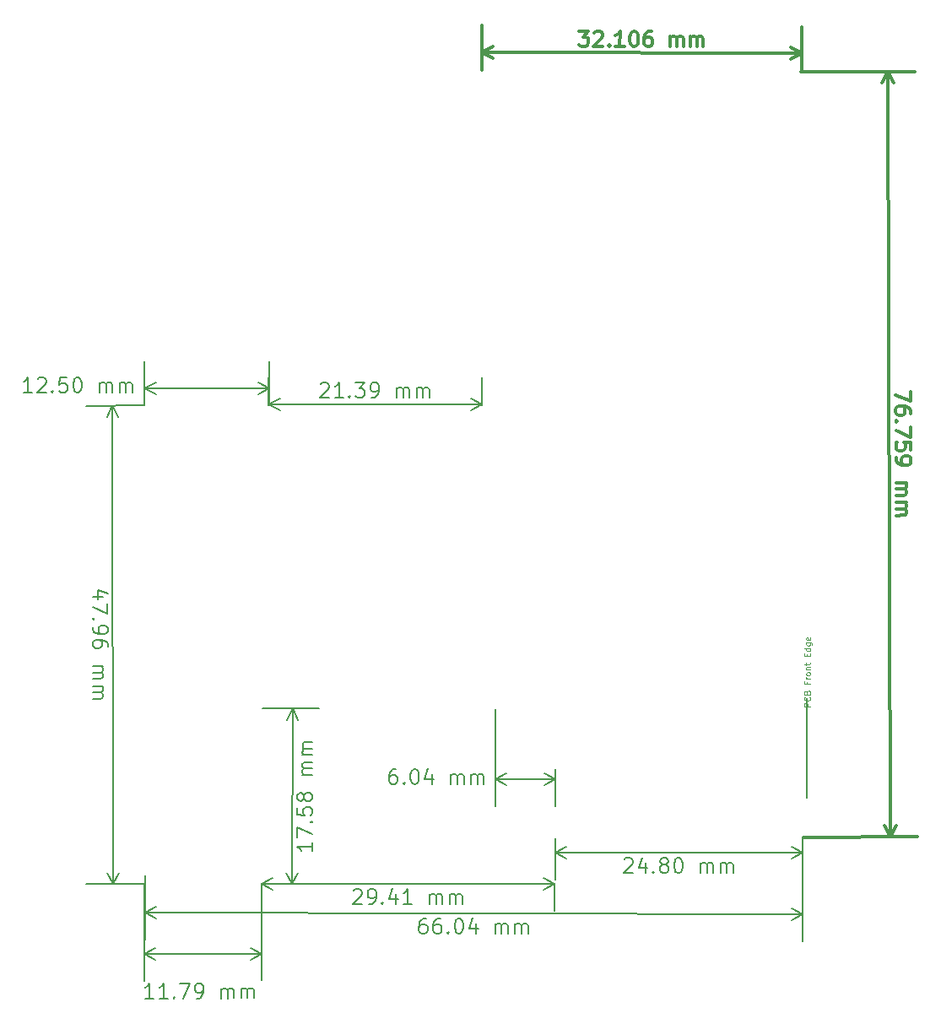
<source format=gbr>
G04 #@! TF.FileFunction,Drawing*
%FSLAX46Y46*%
G04 Gerber Fmt 4.6, Leading zero omitted, Abs format (unit mm)*
G04 Created by KiCad (PCBNEW 4.0.6) date Monday, July 30, 2018 'PMt' 08:55:28 PM*
%MOMM*%
%LPD*%
G01*
G04 APERTURE LIST*
%ADD10C,0.100000*%
%ADD11C,0.300000*%
%ADD12C,0.200000*%
%ADD13C,0.150000*%
G04 APERTURE END LIST*
D10*
D11*
X152171848Y-54351521D02*
X153100414Y-54354459D01*
X152598608Y-54924303D01*
X152812893Y-54924981D01*
X152955524Y-54996862D01*
X153026726Y-55068516D01*
X153097702Y-55211598D01*
X153096572Y-55568739D01*
X153024692Y-55711369D01*
X152953037Y-55782572D01*
X152809955Y-55853548D01*
X152381385Y-55852191D01*
X152238755Y-55780312D01*
X152167553Y-55708657D01*
X153671387Y-54499125D02*
X153743042Y-54427922D01*
X153886124Y-54356946D01*
X154243266Y-54358076D01*
X154385896Y-54429957D01*
X154457098Y-54501611D01*
X154528074Y-54644694D01*
X154527622Y-54787550D01*
X154455516Y-55001609D01*
X153595665Y-55856034D01*
X154524231Y-55858972D01*
X155167537Y-55718151D02*
X155238739Y-55789805D01*
X155167085Y-55861007D01*
X155095882Y-55789353D01*
X155167537Y-55718151D01*
X155167085Y-55861007D01*
X156667078Y-55865754D02*
X155809939Y-55863041D01*
X156238509Y-55864397D02*
X156243256Y-54364405D01*
X156099721Y-54578238D01*
X155956412Y-54720642D01*
X155813329Y-54791619D01*
X157600391Y-54368700D02*
X157743247Y-54369152D01*
X157885877Y-54441032D01*
X157957080Y-54512687D01*
X158028056Y-54655769D01*
X158098580Y-54941708D01*
X158097450Y-55298849D01*
X158025118Y-55584336D01*
X157953237Y-55726966D01*
X157881583Y-55798169D01*
X157738500Y-55869144D01*
X157595644Y-55868692D01*
X157453014Y-55796812D01*
X157381811Y-55725158D01*
X157310836Y-55582075D01*
X157240311Y-55296137D01*
X157241441Y-54938996D01*
X157313774Y-54653509D01*
X157385654Y-54510879D01*
X157457308Y-54439676D01*
X157600391Y-54368700D01*
X159386096Y-54374351D02*
X159100383Y-54373446D01*
X158957301Y-54444423D01*
X158885646Y-54515626D01*
X158742112Y-54729457D01*
X158669779Y-55014945D01*
X158667971Y-55586370D01*
X158738947Y-55729452D01*
X158810149Y-55801107D01*
X158952780Y-55872987D01*
X159238493Y-55873891D01*
X159381575Y-55802915D01*
X159453230Y-55731713D01*
X159525109Y-55589083D01*
X159526240Y-55231941D01*
X159455264Y-55088859D01*
X159384061Y-55017205D01*
X159241431Y-54945325D01*
X158955719Y-54944421D01*
X158812635Y-55015397D01*
X158740982Y-55086599D01*
X158669101Y-55229229D01*
X161309910Y-55880446D02*
X161313075Y-54880451D01*
X161312623Y-55023308D02*
X161384276Y-54952106D01*
X161527360Y-54881129D01*
X161741644Y-54881807D01*
X161884274Y-54953688D01*
X161955251Y-55096770D01*
X161952764Y-55882480D01*
X161955251Y-55096770D02*
X162027131Y-54954140D01*
X162170214Y-54883164D01*
X162384498Y-54883842D01*
X162527129Y-54955722D01*
X162598104Y-55098805D01*
X162595618Y-55884515D01*
X163309900Y-55886775D02*
X163313065Y-54886780D01*
X163312613Y-55029638D02*
X163384266Y-54958435D01*
X163527350Y-54887458D01*
X163741634Y-54888136D01*
X163884264Y-54960017D01*
X163955241Y-55103100D01*
X163952754Y-55888810D01*
X163955241Y-55103100D02*
X164027121Y-54960469D01*
X164170204Y-54889493D01*
X164384487Y-54890171D01*
X164527119Y-54962052D01*
X164598094Y-55105134D01*
X164595608Y-55890844D01*
X142397858Y-56492030D02*
X174503458Y-56593630D01*
X142392400Y-58216800D02*
X142406402Y-53792044D01*
X174498000Y-58318400D02*
X174512002Y-53893644D01*
X174503458Y-56593630D02*
X173375104Y-57176483D01*
X174503458Y-56593630D02*
X173378816Y-56003647D01*
X142397858Y-56492030D02*
X143522500Y-57082013D01*
X142397858Y-56492030D02*
X143526212Y-55909177D01*
X185421775Y-90477589D02*
X185425084Y-91477584D01*
X183922965Y-90839694D01*
X185429102Y-92691862D02*
X185428157Y-92406150D01*
X185356255Y-92263530D01*
X185284590Y-92192338D01*
X185069834Y-92050190D01*
X184783884Y-91979707D01*
X184212459Y-91981598D01*
X184069839Y-92053500D01*
X183998647Y-92125163D01*
X183927692Y-92268257D01*
X183928637Y-92553969D01*
X184000538Y-92696589D01*
X184072203Y-92767782D01*
X184215295Y-92838736D01*
X184572436Y-92837555D01*
X184715056Y-92765654D01*
X184786247Y-92693989D01*
X184857203Y-92550897D01*
X184856258Y-92265184D01*
X184784357Y-92122564D01*
X184712693Y-92051372D01*
X184569600Y-91980416D01*
X184074566Y-93482063D02*
X184003374Y-93553727D01*
X183931710Y-93482535D01*
X184002901Y-93410870D01*
X184074566Y-93482063D01*
X183931710Y-93482535D01*
X185433593Y-94048998D02*
X185436902Y-95048992D01*
X183934783Y-94411102D01*
X185441156Y-96334699D02*
X185438793Y-95620417D01*
X184724274Y-95551352D01*
X184795938Y-95622544D01*
X184867840Y-95765164D01*
X184869021Y-96122305D01*
X184798065Y-96265398D01*
X184726874Y-96337063D01*
X184584254Y-96408963D01*
X184227113Y-96410145D01*
X184084021Y-96339190D01*
X184012356Y-96267998D01*
X183940455Y-96125378D01*
X183939274Y-95768237D01*
X184010229Y-95625144D01*
X184081421Y-95553479D01*
X183943765Y-97125371D02*
X183944710Y-97411085D01*
X184016610Y-97553705D01*
X184088275Y-97624896D01*
X184303032Y-97767044D01*
X184588982Y-97837526D01*
X185160406Y-97835635D01*
X185303026Y-97763735D01*
X185374219Y-97692070D01*
X185445174Y-97548978D01*
X185444229Y-97263265D01*
X185372328Y-97120644D01*
X185300663Y-97049453D01*
X185157570Y-96978497D01*
X184800429Y-96979679D01*
X184657809Y-97051580D01*
X184586618Y-97123244D01*
X184515662Y-97266338D01*
X184516608Y-97552050D01*
X184588509Y-97694670D01*
X184660173Y-97765862D01*
X184803265Y-97836817D01*
X183952037Y-99625358D02*
X184952032Y-99622049D01*
X184809174Y-99622521D02*
X184880839Y-99693713D01*
X184952741Y-99836334D01*
X184953450Y-100050617D01*
X184882494Y-100193710D01*
X184739874Y-100265611D01*
X183954164Y-100268211D01*
X184739874Y-100265611D02*
X184882967Y-100336567D01*
X184954868Y-100479187D01*
X184955577Y-100693471D01*
X184884621Y-100836564D01*
X184742001Y-100908465D01*
X183956292Y-100911065D01*
X183958655Y-101625347D02*
X184958650Y-101622038D01*
X184815793Y-101622511D02*
X184887458Y-101693702D01*
X184959359Y-101836323D01*
X184960068Y-102050606D01*
X184889112Y-102193699D01*
X184746492Y-102265600D01*
X183960782Y-102268200D01*
X184746492Y-102265600D02*
X184889585Y-102336556D01*
X184961486Y-102479176D01*
X184962195Y-102693460D01*
X184891239Y-102836553D01*
X184748619Y-102908454D01*
X183962910Y-102911054D01*
X183144158Y-58391053D02*
X183398158Y-135149853D01*
X174396400Y-58420000D02*
X185844143Y-58382119D01*
X174650400Y-135178800D02*
X186098143Y-135140919D01*
X183398158Y-135149853D02*
X182808013Y-134025296D01*
X183398158Y-135149853D02*
X183980848Y-134021415D01*
X183144158Y-58391053D02*
X182561468Y-59519491D01*
X183144158Y-58391053D02*
X183734303Y-59515610D01*
D12*
X133799772Y-128362971D02*
X133514058Y-128362971D01*
X133371201Y-128434400D01*
X133299772Y-128505829D01*
X133156915Y-128720114D01*
X133085486Y-129005829D01*
X133085486Y-129577257D01*
X133156915Y-129720114D01*
X133228343Y-129791543D01*
X133371201Y-129862971D01*
X133656915Y-129862971D01*
X133799772Y-129791543D01*
X133871201Y-129720114D01*
X133942629Y-129577257D01*
X133942629Y-129220114D01*
X133871201Y-129077257D01*
X133799772Y-129005829D01*
X133656915Y-128934400D01*
X133371201Y-128934400D01*
X133228343Y-129005829D01*
X133156915Y-129077257D01*
X133085486Y-129220114D01*
X134585486Y-129720114D02*
X134656914Y-129791543D01*
X134585486Y-129862971D01*
X134514057Y-129791543D01*
X134585486Y-129720114D01*
X134585486Y-129862971D01*
X135585486Y-128362971D02*
X135728343Y-128362971D01*
X135871200Y-128434400D01*
X135942629Y-128505829D01*
X136014058Y-128648686D01*
X136085486Y-128934400D01*
X136085486Y-129291543D01*
X136014058Y-129577257D01*
X135942629Y-129720114D01*
X135871200Y-129791543D01*
X135728343Y-129862971D01*
X135585486Y-129862971D01*
X135442629Y-129791543D01*
X135371200Y-129720114D01*
X135299772Y-129577257D01*
X135228343Y-129291543D01*
X135228343Y-128934400D01*
X135299772Y-128648686D01*
X135371200Y-128505829D01*
X135442629Y-128434400D01*
X135585486Y-128362971D01*
X137371200Y-128862971D02*
X137371200Y-129862971D01*
X137014057Y-128291543D02*
X136656914Y-129362971D01*
X137585486Y-129362971D01*
X139299771Y-129862971D02*
X139299771Y-128862971D01*
X139299771Y-129005829D02*
X139371199Y-128934400D01*
X139514057Y-128862971D01*
X139728342Y-128862971D01*
X139871199Y-128934400D01*
X139942628Y-129077257D01*
X139942628Y-129862971D01*
X139942628Y-129077257D02*
X140014057Y-128934400D01*
X140156914Y-128862971D01*
X140371199Y-128862971D01*
X140514057Y-128934400D01*
X140585485Y-129077257D01*
X140585485Y-129862971D01*
X141299771Y-129862971D02*
X141299771Y-128862971D01*
X141299771Y-129005829D02*
X141371199Y-128934400D01*
X141514057Y-128862971D01*
X141728342Y-128862971D01*
X141871199Y-128934400D01*
X141942628Y-129077257D01*
X141942628Y-129862971D01*
X141942628Y-129077257D02*
X142014057Y-128934400D01*
X142156914Y-128862971D01*
X142371199Y-128862971D01*
X142514057Y-128934400D01*
X142585485Y-129077257D01*
X142585485Y-129862971D01*
X149758400Y-129336800D02*
X143764000Y-129336800D01*
X149758400Y-128371600D02*
X149758400Y-132036800D01*
X143764000Y-128371600D02*
X143764000Y-132036800D01*
X143764000Y-129336800D02*
X144890504Y-128750379D01*
X143764000Y-129336800D02*
X144890504Y-129923221D01*
X149758400Y-129336800D02*
X148631896Y-128750379D01*
X149758400Y-129336800D02*
X148631896Y-129923221D01*
X143713200Y-122326400D02*
X143764000Y-131572000D01*
X129502332Y-140552234D02*
X129573638Y-140480682D01*
X129716371Y-140409006D01*
X130073514Y-140408389D01*
X130216494Y-140479572D01*
X130288046Y-140550877D01*
X130359721Y-140693611D01*
X130359967Y-140836467D01*
X130288910Y-141050876D01*
X129433248Y-141909497D01*
X130361818Y-141907894D01*
X131076102Y-141906660D02*
X131361816Y-141906167D01*
X131504550Y-141834492D01*
X131575854Y-141762940D01*
X131718342Y-141548408D01*
X131789276Y-141262570D01*
X131788290Y-140691143D01*
X131716615Y-140548410D01*
X131645063Y-140477104D01*
X131502083Y-140405922D01*
X131216369Y-140406416D01*
X131073635Y-140478091D01*
X131002330Y-140549643D01*
X130931148Y-140692624D01*
X130931765Y-141049766D01*
X131003440Y-141192500D01*
X131074992Y-141263804D01*
X131217973Y-141334986D01*
X131503686Y-141334493D01*
X131646420Y-141262817D01*
X131717725Y-141191266D01*
X131788906Y-141048286D01*
X132432996Y-141761459D02*
X132504547Y-141832765D01*
X132433243Y-141904316D01*
X132361691Y-141833012D01*
X132432996Y-141761459D01*
X132433243Y-141904316D01*
X133788657Y-140901974D02*
X133790384Y-141901972D01*
X133430527Y-140331163D02*
X133075235Y-141403207D01*
X134003806Y-141401603D01*
X135361809Y-141899258D02*
X134504668Y-141900739D01*
X134933239Y-141899998D02*
X134930648Y-140400001D01*
X134788162Y-140614533D01*
X134645551Y-140757637D01*
X134502817Y-140829312D01*
X137147521Y-141896174D02*
X137145794Y-140896176D01*
X137146040Y-141039033D02*
X137217345Y-140967481D01*
X137360079Y-140895805D01*
X137574364Y-140895435D01*
X137717344Y-140966617D01*
X137789020Y-141109351D01*
X137790377Y-141895064D01*
X137789020Y-141109351D02*
X137860202Y-140966371D01*
X138002935Y-140894695D01*
X138217220Y-140894325D01*
X138360201Y-140965507D01*
X138431876Y-141108241D01*
X138433233Y-141893953D01*
X139147518Y-141892720D02*
X139145791Y-140892721D01*
X139146037Y-141035579D02*
X139217342Y-140964027D01*
X139360076Y-140892351D01*
X139574361Y-140891981D01*
X139717341Y-140963163D01*
X139789017Y-141105897D01*
X139790374Y-141891610D01*
X139789017Y-141105897D02*
X139860199Y-140962917D01*
X140002932Y-140891241D01*
X140217217Y-140890871D01*
X140360198Y-140962053D01*
X140431873Y-141104786D01*
X140433230Y-141890499D01*
X120294564Y-139896707D02*
X149707764Y-139845907D01*
X120294400Y-139801600D02*
X120299227Y-142596703D01*
X149707600Y-139750800D02*
X149712427Y-142545903D01*
X149707764Y-139845907D02*
X148582275Y-140434272D01*
X149707764Y-139845907D02*
X148580249Y-139261433D01*
X120294564Y-139896707D02*
X121422079Y-140481181D01*
X120294564Y-139896707D02*
X121420053Y-139308342D01*
X125382477Y-135721507D02*
X125379999Y-136578646D01*
X125381238Y-136150076D02*
X123881244Y-136145741D01*
X124095116Y-136289216D01*
X124237560Y-136432487D01*
X124308576Y-136575550D01*
X123883928Y-135217174D02*
X123886818Y-134217178D01*
X125384954Y-134864367D01*
X125245607Y-133649675D02*
X125317242Y-133578453D01*
X125388463Y-133650087D01*
X125316829Y-133721310D01*
X125245607Y-133649675D01*
X125388463Y-133650087D01*
X123892598Y-132217186D02*
X123890534Y-132931469D01*
X124604611Y-133004962D01*
X124533389Y-132933327D01*
X124462373Y-132790264D01*
X124463406Y-132433123D01*
X124535247Y-132290473D01*
X124606881Y-132219251D01*
X124749944Y-132148236D01*
X125107086Y-132149268D01*
X125249736Y-132221109D01*
X125320958Y-132292744D01*
X125391973Y-132435807D01*
X125390941Y-132792948D01*
X125319100Y-132935598D01*
X125247465Y-133006820D01*
X124538137Y-131290477D02*
X124466296Y-131433128D01*
X124394661Y-131504349D01*
X124251598Y-131575365D01*
X124180170Y-131575159D01*
X124037520Y-131503317D01*
X123966298Y-131431683D01*
X123895282Y-131288619D01*
X123896108Y-131002906D01*
X123967949Y-130860256D01*
X124039585Y-130789034D01*
X124182647Y-130718019D01*
X124254075Y-130718226D01*
X124396725Y-130790066D01*
X124467947Y-130861701D01*
X124538963Y-131004764D01*
X124538137Y-131290477D01*
X124609152Y-131433541D01*
X124680375Y-131505175D01*
X124823024Y-131577017D01*
X125108737Y-131577842D01*
X125251800Y-131506827D01*
X125323435Y-131435605D01*
X125395276Y-131292954D01*
X125396102Y-131007241D01*
X125325087Y-130864179D01*
X125253865Y-130792543D01*
X125111215Y-130720703D01*
X124825502Y-130719877D01*
X124682439Y-130790892D01*
X124610804Y-130862114D01*
X124538963Y-131004764D01*
X125402088Y-128935822D02*
X124402093Y-128932932D01*
X124544950Y-128933345D02*
X124473728Y-128861711D01*
X124402712Y-128718647D01*
X124403331Y-128504363D01*
X124475173Y-128361713D01*
X124618236Y-128290697D01*
X125403946Y-128292968D01*
X124618236Y-128290697D02*
X124475586Y-128218855D01*
X124404570Y-128075793D01*
X124405189Y-127861508D01*
X124477031Y-127718857D01*
X124620094Y-127647843D01*
X125405804Y-127650113D01*
X125407869Y-126935830D02*
X124407873Y-126932940D01*
X124550730Y-126933353D02*
X124479508Y-126861719D01*
X124408492Y-126718655D01*
X124409112Y-126504371D01*
X124480953Y-126361721D01*
X124624016Y-126290705D01*
X125409727Y-126292976D01*
X124624016Y-126290705D02*
X124481366Y-126218864D01*
X124410350Y-126075801D01*
X124410969Y-125861517D01*
X124482811Y-125718866D01*
X124625874Y-125647851D01*
X125411585Y-125650122D01*
X123392733Y-122284408D02*
X123341933Y-139861208D01*
X120345200Y-122275600D02*
X126092722Y-122292211D01*
X120294400Y-139852400D02*
X126041922Y-139869011D01*
X123341933Y-139861208D02*
X122758770Y-138733014D01*
X123341933Y-139861208D02*
X123931607Y-138736404D01*
X123392733Y-122284408D02*
X122803059Y-123409212D01*
X123392733Y-122284408D02*
X123975896Y-123412602D01*
X109456912Y-151371377D02*
X108599777Y-151375071D01*
X109028345Y-151373224D02*
X109021880Y-149873238D01*
X108879947Y-150088138D01*
X108737707Y-150231609D01*
X108595159Y-150303653D01*
X110885470Y-151365219D02*
X110028335Y-151368914D01*
X110456903Y-151367067D02*
X110450437Y-149867080D01*
X110308505Y-150081980D01*
X110166264Y-150225452D01*
X110023716Y-150297496D01*
X111527705Y-151219593D02*
X111599440Y-151290713D01*
X111528321Y-151362448D01*
X111456585Y-151291329D01*
X111527705Y-151219593D01*
X111528321Y-151362448D01*
X112093279Y-149859999D02*
X113093270Y-149855689D01*
X112456884Y-151358446D01*
X113742585Y-151352904D02*
X114028298Y-151351673D01*
X114170845Y-151279629D01*
X114241965Y-151207893D01*
X114383898Y-150992994D01*
X114454094Y-150706974D01*
X114451631Y-150135552D01*
X114379587Y-149993004D01*
X114307851Y-149921883D01*
X114164688Y-149851071D01*
X113878976Y-149852302D01*
X113736428Y-149924346D01*
X113665308Y-149996083D01*
X113594496Y-150139246D01*
X113596035Y-150496386D01*
X113668079Y-150638934D01*
X113739814Y-150710053D01*
X113882979Y-150780866D01*
X114168690Y-150779634D01*
X114311238Y-150707590D01*
X114382358Y-150635855D01*
X114453170Y-150492691D01*
X116242562Y-151342128D02*
X116238252Y-150342138D01*
X116238867Y-150484994D02*
X116309987Y-150413258D01*
X116452536Y-150341214D01*
X116666819Y-150340290D01*
X116809982Y-150411103D01*
X116882026Y-150553651D01*
X116885413Y-151339357D01*
X116882026Y-150553651D02*
X116952839Y-150410487D01*
X117095387Y-150338443D01*
X117309670Y-150337519D01*
X117452834Y-150408332D01*
X117524877Y-150550880D01*
X117528264Y-151336587D01*
X118242543Y-151333508D02*
X118238233Y-150333517D01*
X118238849Y-150476374D02*
X118309968Y-150404637D01*
X118452517Y-150332593D01*
X118666800Y-150331670D01*
X118809964Y-150402482D01*
X118882008Y-150545030D01*
X118885394Y-151330737D01*
X118882008Y-150545030D02*
X118952820Y-150401867D01*
X119095368Y-150329822D01*
X119309651Y-150328899D01*
X119452816Y-150399711D01*
X119524859Y-150542259D01*
X119528245Y-151327966D01*
X108539228Y-146911716D02*
X120324828Y-146860916D01*
X108508800Y-139852400D02*
X108550866Y-149611691D01*
X120294400Y-139801600D02*
X120336466Y-149560891D01*
X120324828Y-146860916D02*
X119200862Y-147452187D01*
X120324828Y-146860916D02*
X119195807Y-146279356D01*
X108539228Y-146911716D02*
X109668249Y-147493276D01*
X108539228Y-146911716D02*
X109663194Y-146320445D01*
X104348758Y-111093572D02*
X103348759Y-111094632D01*
X104919808Y-110735824D02*
X103848002Y-110379816D01*
X103848985Y-111308388D01*
X104849439Y-111735899D02*
X104850498Y-112735899D01*
X103349818Y-112094631D01*
X103493961Y-113308764D02*
X103422608Y-113380268D01*
X103351104Y-113308915D01*
X103422457Y-113237411D01*
X103493961Y-113308764D01*
X103351104Y-113308915D01*
X103351937Y-114094629D02*
X103352239Y-114380344D01*
X103423819Y-114523125D01*
X103495323Y-114594477D01*
X103709760Y-114737108D01*
X103995550Y-114808233D01*
X104566978Y-114807628D01*
X104709759Y-114736049D01*
X104781112Y-114664544D01*
X104852390Y-114521612D01*
X104852087Y-114235898D01*
X104780507Y-114093116D01*
X104709002Y-114021763D01*
X104566070Y-113950486D01*
X104208927Y-113950864D01*
X104066146Y-114022444D01*
X103994793Y-114093948D01*
X103923516Y-114236881D01*
X103923818Y-114522595D01*
X103995399Y-114665377D01*
X104066902Y-114736730D01*
X104209835Y-114808006D01*
X104854055Y-116093039D02*
X104853752Y-115807325D01*
X104782172Y-115664544D01*
X104710667Y-115593190D01*
X104496231Y-115450560D01*
X104210440Y-115379434D01*
X103639013Y-115380039D01*
X103496231Y-115451620D01*
X103424878Y-115523123D01*
X103353601Y-115666057D01*
X103353904Y-115951771D01*
X103425483Y-116094552D01*
X103496988Y-116165905D01*
X103639921Y-116237182D01*
X103997063Y-116236804D01*
X104139845Y-116165224D01*
X104211197Y-116093720D01*
X104282475Y-115950787D01*
X104282172Y-115665073D01*
X104210592Y-115522291D01*
X104139088Y-115450939D01*
X103996155Y-115379661D01*
X103356098Y-118023198D02*
X104356098Y-118022138D01*
X104213240Y-118022290D02*
X104284745Y-118093642D01*
X104356325Y-118236424D01*
X104356552Y-118450709D01*
X104285274Y-118593642D01*
X104142493Y-118665222D01*
X103356779Y-118666054D01*
X104142493Y-118665222D02*
X104285425Y-118736500D01*
X104357006Y-118879281D01*
X104357233Y-119093566D01*
X104285955Y-119236499D01*
X104143174Y-119308079D01*
X103357460Y-119308911D01*
X103358217Y-120023197D02*
X104358216Y-120022137D01*
X104215359Y-120022289D02*
X104286863Y-120093641D01*
X104358443Y-120236423D01*
X104358670Y-120450708D01*
X104287393Y-120593641D01*
X104144612Y-120665221D01*
X103358898Y-120666053D01*
X104144612Y-120665221D02*
X104287544Y-120736498D01*
X104359124Y-120879280D01*
X104359351Y-121093565D01*
X104288074Y-121236498D01*
X104145293Y-121308077D01*
X103359579Y-121308910D01*
X105407798Y-139855793D02*
X105356998Y-91900593D01*
X108610400Y-139852400D02*
X102707800Y-139858653D01*
X108559600Y-91897200D02*
X102657000Y-91903453D01*
X105356998Y-91900593D02*
X105944612Y-93026475D01*
X105356998Y-91900593D02*
X104771771Y-93027717D01*
X105407798Y-139855793D02*
X105993025Y-138728669D01*
X105407798Y-139855793D02*
X104820184Y-138729911D01*
X126204068Y-89731830D02*
X126275667Y-89660571D01*
X126418693Y-89589481D01*
X126775835Y-89590330D01*
X126918522Y-89662098D01*
X126989781Y-89733696D01*
X127060870Y-89876722D01*
X127060530Y-90019579D01*
X126988593Y-90233695D01*
X126129417Y-91088798D01*
X127057985Y-91091004D01*
X128486552Y-91094397D02*
X127629412Y-91092361D01*
X128057982Y-91093379D02*
X128061545Y-89593383D01*
X127918180Y-89807330D01*
X127774983Y-89949847D01*
X127631957Y-90020936D01*
X129129747Y-90953068D02*
X129201005Y-91024666D01*
X129129407Y-91095924D01*
X129058148Y-91024327D01*
X129129747Y-90953068D01*
X129129407Y-91095924D01*
X129704398Y-89597286D02*
X130632966Y-89599491D01*
X130131610Y-90169731D01*
X130345896Y-90170240D01*
X130488583Y-90242008D01*
X130559842Y-90313606D01*
X130630930Y-90456632D01*
X130630082Y-90813774D01*
X130558315Y-90956461D01*
X130486716Y-91027720D01*
X130343690Y-91098808D01*
X129915119Y-91097790D01*
X129772432Y-91026023D01*
X129701174Y-90954425D01*
X131343686Y-91101184D02*
X131629400Y-91101862D01*
X131772427Y-91030774D01*
X131844024Y-90959515D01*
X131987391Y-90745570D01*
X132059497Y-90460025D01*
X132060854Y-89888599D01*
X131989766Y-89745573D01*
X131918507Y-89673974D01*
X131775820Y-89602206D01*
X131490107Y-89601527D01*
X131347079Y-89672617D01*
X131275482Y-89743876D01*
X131203714Y-89886563D01*
X131202866Y-90243705D01*
X131273955Y-90386731D01*
X131345213Y-90458329D01*
X131487901Y-90530097D01*
X131773614Y-90530775D01*
X131916641Y-90459686D01*
X131988239Y-90388428D01*
X132060006Y-90245741D01*
X133843679Y-91107122D02*
X133846054Y-90107125D01*
X133845715Y-90249982D02*
X133917313Y-90178723D01*
X134060340Y-90107634D01*
X134274624Y-90108143D01*
X134417311Y-90179911D01*
X134488401Y-90322937D01*
X134486534Y-91108649D01*
X134488401Y-90322937D02*
X134560169Y-90180250D01*
X134703195Y-90109161D01*
X134917479Y-90109670D01*
X135060167Y-90181438D01*
X135131256Y-90324464D01*
X135129390Y-91110176D01*
X135843674Y-91111873D02*
X135846049Y-90111875D01*
X135845709Y-90254733D02*
X135917307Y-90183474D01*
X136060334Y-90112384D01*
X136274619Y-90112893D01*
X136417306Y-90184661D01*
X136488395Y-90327688D01*
X136486529Y-91113400D01*
X136488395Y-90327688D02*
X136560163Y-90185001D01*
X136703189Y-90113911D01*
X136917474Y-90114420D01*
X137060162Y-90186188D01*
X137131250Y-90329215D01*
X137129384Y-91114927D01*
X121005834Y-91748059D02*
X142392634Y-91798859D01*
X121005600Y-91846400D02*
X121012247Y-89048067D01*
X142392400Y-91897200D02*
X142399047Y-89098867D01*
X142392634Y-91798859D02*
X141264741Y-92382602D01*
X142392634Y-91798859D02*
X141267526Y-91209764D01*
X121005834Y-91748059D02*
X122130942Y-92337154D01*
X121005834Y-91748059D02*
X122133727Y-91164316D01*
X97261944Y-90594571D02*
X96404801Y-90594571D01*
X96833373Y-90594571D02*
X96833373Y-89094571D01*
X96690516Y-89308857D01*
X96547658Y-89451714D01*
X96404801Y-89523143D01*
X97833372Y-89237429D02*
X97904801Y-89166000D01*
X98047658Y-89094571D01*
X98404801Y-89094571D01*
X98547658Y-89166000D01*
X98619087Y-89237429D01*
X98690515Y-89380286D01*
X98690515Y-89523143D01*
X98619087Y-89737429D01*
X97761944Y-90594571D01*
X98690515Y-90594571D01*
X99333372Y-90451714D02*
X99404800Y-90523143D01*
X99333372Y-90594571D01*
X99261943Y-90523143D01*
X99333372Y-90451714D01*
X99333372Y-90594571D01*
X100761944Y-89094571D02*
X100047658Y-89094571D01*
X99976229Y-89808857D01*
X100047658Y-89737429D01*
X100190515Y-89666000D01*
X100547658Y-89666000D01*
X100690515Y-89737429D01*
X100761944Y-89808857D01*
X100833372Y-89951714D01*
X100833372Y-90308857D01*
X100761944Y-90451714D01*
X100690515Y-90523143D01*
X100547658Y-90594571D01*
X100190515Y-90594571D01*
X100047658Y-90523143D01*
X99976229Y-90451714D01*
X101761943Y-89094571D02*
X101904800Y-89094571D01*
X102047657Y-89166000D01*
X102119086Y-89237429D01*
X102190515Y-89380286D01*
X102261943Y-89666000D01*
X102261943Y-90023143D01*
X102190515Y-90308857D01*
X102119086Y-90451714D01*
X102047657Y-90523143D01*
X101904800Y-90594571D01*
X101761943Y-90594571D01*
X101619086Y-90523143D01*
X101547657Y-90451714D01*
X101476229Y-90308857D01*
X101404800Y-90023143D01*
X101404800Y-89666000D01*
X101476229Y-89380286D01*
X101547657Y-89237429D01*
X101619086Y-89166000D01*
X101761943Y-89094571D01*
X104047657Y-90594571D02*
X104047657Y-89594571D01*
X104047657Y-89737429D02*
X104119085Y-89666000D01*
X104261943Y-89594571D01*
X104476228Y-89594571D01*
X104619085Y-89666000D01*
X104690514Y-89808857D01*
X104690514Y-90594571D01*
X104690514Y-89808857D02*
X104761943Y-89666000D01*
X104904800Y-89594571D01*
X105119085Y-89594571D01*
X105261943Y-89666000D01*
X105333371Y-89808857D01*
X105333371Y-90594571D01*
X106047657Y-90594571D02*
X106047657Y-89594571D01*
X106047657Y-89737429D02*
X106119085Y-89666000D01*
X106261943Y-89594571D01*
X106476228Y-89594571D01*
X106619085Y-89666000D01*
X106690514Y-89808857D01*
X106690514Y-90594571D01*
X106690514Y-89808857D02*
X106761943Y-89666000D01*
X106904800Y-89594571D01*
X107119085Y-89594571D01*
X107261943Y-89666000D01*
X107333371Y-89808857D01*
X107333371Y-90594571D01*
X108559600Y-90170000D02*
X121056400Y-90170000D01*
X108559600Y-91897200D02*
X108559600Y-87470000D01*
X121056400Y-91897200D02*
X121056400Y-87470000D01*
X121056400Y-90170000D02*
X119929896Y-90756421D01*
X121056400Y-90170000D02*
X119929896Y-89583579D01*
X108559600Y-90170000D02*
X109686104Y-90756421D01*
X108559600Y-90170000D02*
X109686104Y-89583579D01*
X136808601Y-143340171D02*
X136522888Y-143339511D01*
X136379866Y-143410610D01*
X136308272Y-143481874D01*
X136164921Y-143695828D01*
X136092832Y-143981377D01*
X136091512Y-144552804D01*
X136162611Y-144695825D01*
X136233874Y-144767419D01*
X136376567Y-144839177D01*
X136662280Y-144839837D01*
X136805302Y-144768739D01*
X136876895Y-144697475D01*
X136948653Y-144554783D01*
X136949478Y-144197641D01*
X136878380Y-144054620D01*
X136807116Y-143983027D01*
X136664425Y-143911268D01*
X136378711Y-143910608D01*
X136235689Y-143981707D01*
X136164096Y-144052970D01*
X136092337Y-144195662D01*
X138237168Y-143343470D02*
X137951455Y-143342810D01*
X137808433Y-143413909D01*
X137736839Y-143485173D01*
X137593488Y-143699127D01*
X137521399Y-143984677D01*
X137520080Y-144556103D01*
X137591178Y-144699125D01*
X137662441Y-144770718D01*
X137805134Y-144842476D01*
X138090847Y-144843136D01*
X138233869Y-144772038D01*
X138305463Y-144700774D01*
X138377220Y-144558083D01*
X138378045Y-144200941D01*
X138306947Y-144057919D01*
X138235683Y-143986326D01*
X138092992Y-143914568D01*
X137807278Y-143913908D01*
X137664256Y-143985007D01*
X137592663Y-144056269D01*
X137520904Y-144198961D01*
X139019746Y-144702424D02*
X139091008Y-144774018D01*
X139019416Y-144845281D01*
X138948152Y-144773688D01*
X139019746Y-144702424D01*
X139019416Y-144845281D01*
X140022877Y-143347594D02*
X140165734Y-143347924D01*
X140308426Y-143419683D01*
X140379689Y-143491276D01*
X140450788Y-143634298D01*
X140521556Y-143920176D01*
X140520731Y-144277318D01*
X140448644Y-144562867D01*
X140376885Y-144705558D01*
X140305291Y-144776822D01*
X140162270Y-144847920D01*
X140019413Y-144847590D01*
X139876721Y-144775832D01*
X139805458Y-144704239D01*
X139734360Y-144561217D01*
X139663591Y-144275339D01*
X139664416Y-143918197D01*
X139736504Y-143632648D01*
X139808262Y-143489957D01*
X139879856Y-143418693D01*
X140022877Y-143347594D01*
X141807432Y-143851717D02*
X141805122Y-144851714D01*
X141451609Y-143279465D02*
X141091993Y-144350066D01*
X142020562Y-144352210D01*
X143733688Y-144856168D02*
X143735998Y-143856171D01*
X143735668Y-143999028D02*
X143807260Y-143927764D01*
X143950283Y-143856666D01*
X144164567Y-143857160D01*
X144307259Y-143928919D01*
X144378358Y-144071941D01*
X144376543Y-144857653D01*
X144378358Y-144071941D02*
X144450117Y-143929249D01*
X144593138Y-143858150D01*
X144807423Y-143858645D01*
X144950115Y-143930404D01*
X145021213Y-144073425D01*
X145019399Y-144859137D01*
X145733683Y-144860787D02*
X145735992Y-143860790D01*
X145735662Y-144003647D02*
X145807255Y-143932383D01*
X145950278Y-143861285D01*
X146164562Y-143861779D01*
X146307254Y-143933538D01*
X146378353Y-144076560D01*
X146376538Y-144862272D01*
X146378353Y-144076560D02*
X146450111Y-143933868D01*
X146593133Y-143862769D01*
X146807417Y-143863264D01*
X146950110Y-143935023D01*
X147021208Y-144078044D01*
X147019393Y-144863756D01*
X174590122Y-142898854D02*
X108600922Y-142746454D01*
X174598800Y-139141200D02*
X174583886Y-145598847D01*
X108609600Y-138988800D02*
X108594686Y-145446447D01*
X108600922Y-142746454D02*
X109728777Y-142162636D01*
X108600922Y-142746454D02*
X109726068Y-143335475D01*
X174590122Y-142898854D02*
X173464976Y-142309833D01*
X174590122Y-142898854D02*
X173462267Y-143482672D01*
X156679001Y-137425029D02*
X156750430Y-137353600D01*
X156893287Y-137282171D01*
X157250430Y-137282171D01*
X157393287Y-137353600D01*
X157464716Y-137425029D01*
X157536144Y-137567886D01*
X157536144Y-137710743D01*
X157464716Y-137925029D01*
X156607573Y-138782171D01*
X157536144Y-138782171D01*
X158821858Y-137782171D02*
X158821858Y-138782171D01*
X158464715Y-137210743D02*
X158107572Y-138282171D01*
X159036144Y-138282171D01*
X159607572Y-138639314D02*
X159679000Y-138710743D01*
X159607572Y-138782171D01*
X159536143Y-138710743D01*
X159607572Y-138639314D01*
X159607572Y-138782171D01*
X160536144Y-137925029D02*
X160393286Y-137853600D01*
X160321858Y-137782171D01*
X160250429Y-137639314D01*
X160250429Y-137567886D01*
X160321858Y-137425029D01*
X160393286Y-137353600D01*
X160536144Y-137282171D01*
X160821858Y-137282171D01*
X160964715Y-137353600D01*
X161036144Y-137425029D01*
X161107572Y-137567886D01*
X161107572Y-137639314D01*
X161036144Y-137782171D01*
X160964715Y-137853600D01*
X160821858Y-137925029D01*
X160536144Y-137925029D01*
X160393286Y-137996457D01*
X160321858Y-138067886D01*
X160250429Y-138210743D01*
X160250429Y-138496457D01*
X160321858Y-138639314D01*
X160393286Y-138710743D01*
X160536144Y-138782171D01*
X160821858Y-138782171D01*
X160964715Y-138710743D01*
X161036144Y-138639314D01*
X161107572Y-138496457D01*
X161107572Y-138210743D01*
X161036144Y-138067886D01*
X160964715Y-137996457D01*
X160821858Y-137925029D01*
X162036143Y-137282171D02*
X162179000Y-137282171D01*
X162321857Y-137353600D01*
X162393286Y-137425029D01*
X162464715Y-137567886D01*
X162536143Y-137853600D01*
X162536143Y-138210743D01*
X162464715Y-138496457D01*
X162393286Y-138639314D01*
X162321857Y-138710743D01*
X162179000Y-138782171D01*
X162036143Y-138782171D01*
X161893286Y-138710743D01*
X161821857Y-138639314D01*
X161750429Y-138496457D01*
X161679000Y-138210743D01*
X161679000Y-137853600D01*
X161750429Y-137567886D01*
X161821857Y-137425029D01*
X161893286Y-137353600D01*
X162036143Y-137282171D01*
X164321857Y-138782171D02*
X164321857Y-137782171D01*
X164321857Y-137925029D02*
X164393285Y-137853600D01*
X164536143Y-137782171D01*
X164750428Y-137782171D01*
X164893285Y-137853600D01*
X164964714Y-137996457D01*
X164964714Y-138782171D01*
X164964714Y-137996457D02*
X165036143Y-137853600D01*
X165179000Y-137782171D01*
X165393285Y-137782171D01*
X165536143Y-137853600D01*
X165607571Y-137996457D01*
X165607571Y-138782171D01*
X166321857Y-138782171D02*
X166321857Y-137782171D01*
X166321857Y-137925029D02*
X166393285Y-137853600D01*
X166536143Y-137782171D01*
X166750428Y-137782171D01*
X166893285Y-137853600D01*
X166964714Y-137996457D01*
X166964714Y-138782171D01*
X166964714Y-137996457D02*
X167036143Y-137853600D01*
X167179000Y-137782171D01*
X167393285Y-137782171D01*
X167536143Y-137853600D01*
X167607571Y-137996457D01*
X167607571Y-138782171D01*
X174599600Y-136753600D02*
X149758400Y-136753600D01*
X174599600Y-135331200D02*
X174599600Y-139453600D01*
X149758400Y-135331200D02*
X149758400Y-139453600D01*
X149758400Y-136753600D02*
X150884904Y-136167179D01*
X149758400Y-136753600D02*
X150884904Y-137340021D01*
X174599600Y-136753600D02*
X173473096Y-136167179D01*
X174599600Y-136753600D02*
X173473096Y-137340021D01*
D13*
X174992000Y-131238000D02*
X174992000Y-121238000D01*
D10*
X175333429Y-122060857D02*
X174733429Y-122060857D01*
X174733429Y-121832285D01*
X174762000Y-121775143D01*
X174790571Y-121746571D01*
X174847714Y-121718000D01*
X174933429Y-121718000D01*
X174990571Y-121746571D01*
X175019143Y-121775143D01*
X175047714Y-121832285D01*
X175047714Y-122060857D01*
X175276286Y-121118000D02*
X175304857Y-121146571D01*
X175333429Y-121232285D01*
X175333429Y-121289428D01*
X175304857Y-121375143D01*
X175247714Y-121432285D01*
X175190571Y-121460857D01*
X175076286Y-121489428D01*
X174990571Y-121489428D01*
X174876286Y-121460857D01*
X174819143Y-121432285D01*
X174762000Y-121375143D01*
X174733429Y-121289428D01*
X174733429Y-121232285D01*
X174762000Y-121146571D01*
X174790571Y-121118000D01*
X175019143Y-120660857D02*
X175047714Y-120575143D01*
X175076286Y-120546571D01*
X175133429Y-120518000D01*
X175219143Y-120518000D01*
X175276286Y-120546571D01*
X175304857Y-120575143D01*
X175333429Y-120632285D01*
X175333429Y-120860857D01*
X174733429Y-120860857D01*
X174733429Y-120660857D01*
X174762000Y-120603714D01*
X174790571Y-120575143D01*
X174847714Y-120546571D01*
X174904857Y-120546571D01*
X174962000Y-120575143D01*
X174990571Y-120603714D01*
X175019143Y-120660857D01*
X175019143Y-120860857D01*
X175019143Y-119603714D02*
X175019143Y-119803714D01*
X175333429Y-119803714D02*
X174733429Y-119803714D01*
X174733429Y-119518000D01*
X175333429Y-119289428D02*
X174933429Y-119289428D01*
X175047714Y-119289428D02*
X174990571Y-119260856D01*
X174962000Y-119232285D01*
X174933429Y-119175142D01*
X174933429Y-119117999D01*
X175333429Y-118832285D02*
X175304857Y-118889427D01*
X175276286Y-118917999D01*
X175219143Y-118946570D01*
X175047714Y-118946570D01*
X174990571Y-118917999D01*
X174962000Y-118889427D01*
X174933429Y-118832285D01*
X174933429Y-118746570D01*
X174962000Y-118689427D01*
X174990571Y-118660856D01*
X175047714Y-118632285D01*
X175219143Y-118632285D01*
X175276286Y-118660856D01*
X175304857Y-118689427D01*
X175333429Y-118746570D01*
X175333429Y-118832285D01*
X174933429Y-118375142D02*
X175333429Y-118375142D01*
X174990571Y-118375142D02*
X174962000Y-118346570D01*
X174933429Y-118289428D01*
X174933429Y-118203713D01*
X174962000Y-118146570D01*
X175019143Y-118117999D01*
X175333429Y-118117999D01*
X174933429Y-117917999D02*
X174933429Y-117689428D01*
X174733429Y-117832285D02*
X175247714Y-117832285D01*
X175304857Y-117803713D01*
X175333429Y-117746571D01*
X175333429Y-117689428D01*
X175019143Y-117032285D02*
X175019143Y-116832285D01*
X175333429Y-116746571D02*
X175333429Y-117032285D01*
X174733429Y-117032285D01*
X174733429Y-116746571D01*
X175333429Y-116232285D02*
X174733429Y-116232285D01*
X175304857Y-116232285D02*
X175333429Y-116289428D01*
X175333429Y-116403714D01*
X175304857Y-116460856D01*
X175276286Y-116489428D01*
X175219143Y-116517999D01*
X175047714Y-116517999D01*
X174990571Y-116489428D01*
X174962000Y-116460856D01*
X174933429Y-116403714D01*
X174933429Y-116289428D01*
X174962000Y-116232285D01*
X174933429Y-115689428D02*
X175419143Y-115689428D01*
X175476286Y-115717999D01*
X175504857Y-115746571D01*
X175533429Y-115803714D01*
X175533429Y-115889428D01*
X175504857Y-115946571D01*
X175304857Y-115689428D02*
X175333429Y-115746571D01*
X175333429Y-115860857D01*
X175304857Y-115917999D01*
X175276286Y-115946571D01*
X175219143Y-115975142D01*
X175047714Y-115975142D01*
X174990571Y-115946571D01*
X174962000Y-115917999D01*
X174933429Y-115860857D01*
X174933429Y-115746571D01*
X174962000Y-115689428D01*
X175304857Y-115175142D02*
X175333429Y-115232285D01*
X175333429Y-115346571D01*
X175304857Y-115403714D01*
X175247714Y-115432285D01*
X175019143Y-115432285D01*
X174962000Y-115403714D01*
X174933429Y-115346571D01*
X174933429Y-115232285D01*
X174962000Y-115175142D01*
X175019143Y-115146571D01*
X175076286Y-115146571D01*
X175133429Y-115432285D01*
M02*

</source>
